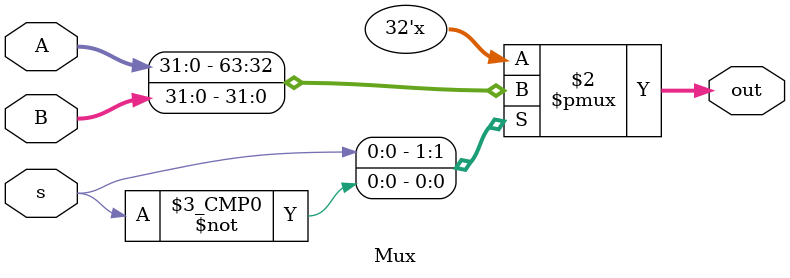
<source format=v>
`define DE_ALU 1'b0
`define DE_MEM 1'b1

module Mux(input [31:0]A, input [31:0]B, input s, output reg [31:0]out);

  always @(*) begin
    
    case (s)
    `DE_MEM: begin out = A; end
    `DE_ALU: begin out = B; end
    endcase

  end

endmodule
</source>
